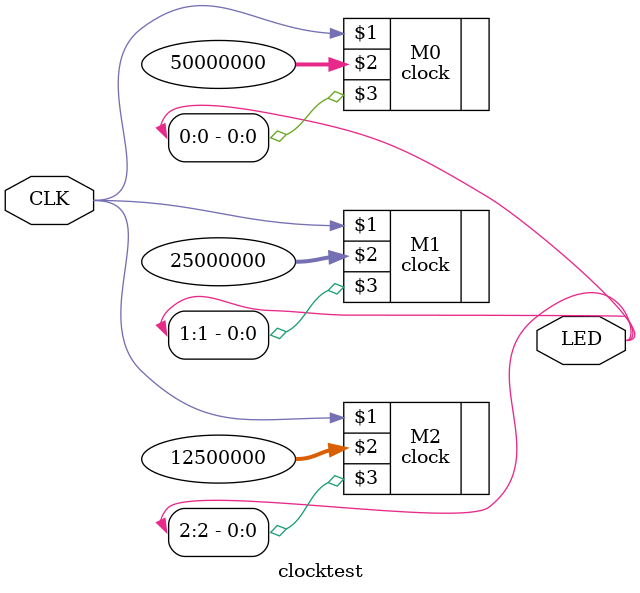
<source format=v>

module clocktest(input CLK, output [2:0]LED);
	
clock M0 (CLK, 50000000, LED[0]);	//1 Hz clock
clock M1 (CLK, 25000000, LED[1]);	//2 Hz clock
clock M2 (CLK, 12500000, LED[2]);	//4 Hz clock
	
endmodule

</source>
